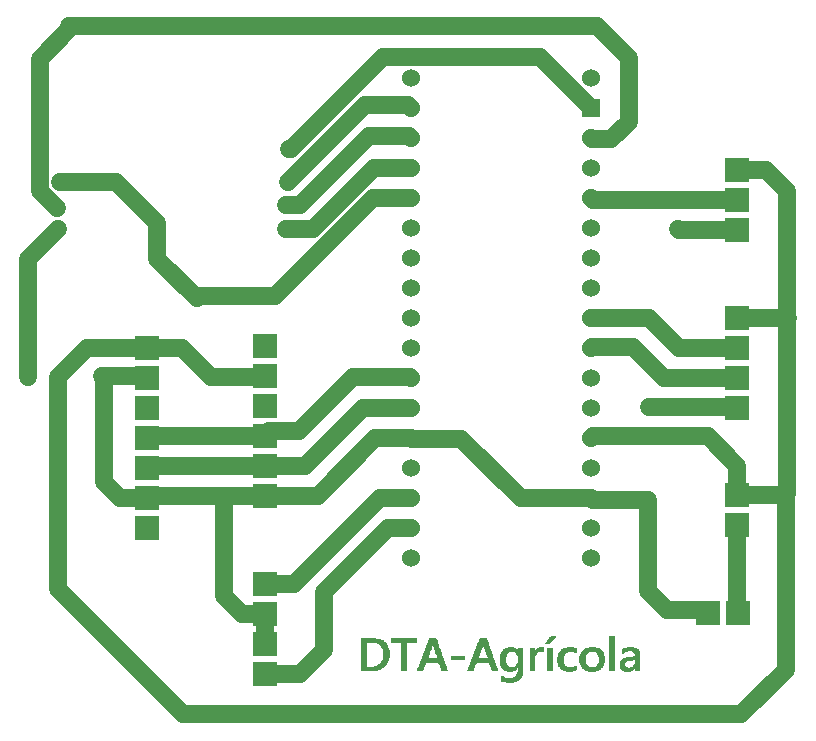
<source format=gbr>
G04 PROTEUS RS274X GERBER FILE*
%FSLAX45Y45*%
%MOMM*%
G01*
%ADD10C,1.524000*%
%ADD11C,0.762000*%
%ADD12R,2.032000X2.032000*%
%ADD13R,1.524000X1.524000*%
%ADD14C,1.524000*%
%ADD15C,0.063500*%
D10*
X-779528Y+4601426D02*
X-1997528Y+4601426D01*
X-2017528Y+4621426D01*
X-779528Y+3351426D02*
X-1275528Y+3351426D01*
X-1529528Y+3605426D01*
X-2017528Y+3605426D01*
X-779528Y+3097426D02*
X-1398429Y+3097426D01*
X-1659010Y+3358007D01*
X-2010947Y+3358007D01*
X-2017528Y+3351426D01*
X-5779528Y+3355426D02*
X-5481358Y+3355426D01*
X-5476991Y+3351059D01*
X-5235382Y+3109450D01*
X-5235381Y+3109450D01*
X-4787504Y+3109450D01*
X-4779528Y+3117426D01*
X-4779528Y+2609426D02*
X-5763528Y+2609426D01*
X-5779528Y+2593426D01*
X-4779528Y+2355426D02*
X-5763528Y+2355426D01*
X-5779528Y+2339426D01*
X-4779528Y+2609426D02*
X-4743248Y+2645706D01*
X-4489248Y+2645706D01*
X-4029528Y+3105426D01*
X-3549528Y+3105426D01*
X-3541528Y+3097426D01*
X-4779528Y+2355426D02*
X-4434429Y+2355426D01*
X-3946796Y+2843059D01*
X-3541895Y+2843059D01*
X-3541528Y+2843426D01*
X-4779528Y+2101426D02*
X-4329112Y+2101426D01*
X-3841479Y+2589059D01*
X-3541895Y+2589059D01*
X-3541528Y+2589426D01*
X-4779528Y+1355426D02*
X-4529528Y+1355426D01*
X-3803528Y+2081426D01*
X-3541528Y+2081426D01*
X-4779528Y+1101426D02*
X-4779528Y+847426D01*
X-4779528Y+1101426D02*
X-4972330Y+1101426D01*
X-5122232Y+1251328D01*
X-5122232Y+2101426D01*
X-4779528Y+2101426D02*
X-5122232Y+2101426D01*
X-5763528Y+2101426D01*
X-5779528Y+2085426D01*
X-4779528Y+593426D02*
X-4478905Y+593426D01*
X-4279036Y+793295D01*
X-4279036Y+1282558D01*
X-3734168Y+1827426D01*
X-3541528Y+1827426D01*
X-2017528Y+2081426D02*
X-2610775Y+2081426D01*
X-3113135Y+2583786D01*
X-3535888Y+2583786D01*
X-3541528Y+2589426D01*
X-360003Y+3604343D02*
X-778445Y+3604343D01*
X-779528Y+3605426D01*
X-779528Y+1851426D02*
X-779528Y+1109426D01*
X-775528Y+1105426D01*
X-779528Y+2105426D02*
X-779528Y+2355426D01*
X-1029528Y+2605426D01*
X-2001528Y+2605426D01*
X-2017528Y+2589426D01*
X-1029528Y+1105426D02*
X-1053534Y+1129432D01*
X-1369973Y+1129432D01*
X-1535789Y+1295248D01*
X-1535789Y+2064032D01*
X-2000134Y+2064032D01*
X-2017528Y+2081426D01*
X-779528Y+4855426D02*
X-534318Y+4855426D01*
X-356165Y+4677273D01*
X-356165Y+3609817D01*
X-350691Y+3604343D01*
X-357511Y+3604343D01*
X-360003Y+3604343D01*
X-779528Y+2105426D02*
X-370067Y+2105426D01*
X-357511Y+2117982D01*
X-357511Y+3604343D01*
X-5779528Y+3355426D02*
X-6279528Y+3355426D01*
X-6529528Y+3105426D01*
X-6529528Y+1307848D01*
X-5471680Y+250000D01*
X-744776Y+250000D01*
X-368901Y+625875D01*
X-368901Y+2104260D01*
X-370067Y+2105426D01*
X-4584725Y+4759802D02*
X-3933102Y+5411425D01*
X-3733626Y+5411425D01*
X-3569527Y+5411425D01*
X-3541528Y+5383426D01*
X-4598023Y+4560326D02*
X-4478338Y+4560326D01*
X-3893207Y+5145457D01*
X-3557559Y+5145457D01*
X-3541528Y+5129426D01*
X-4598023Y+4360849D02*
X-4371950Y+4360849D01*
X-4345353Y+4387446D01*
X-3857373Y+4875426D01*
X-3541528Y+4875426D01*
X-6539594Y+4534920D02*
X-6685877Y+4681203D01*
X-6685877Y+5797080D01*
X-6433207Y+6049750D01*
X-6433207Y+6076347D01*
X-1964936Y+6076347D01*
X-1698967Y+5810378D01*
X-1698967Y+5265143D01*
X-1845250Y+5118860D01*
X-2006962Y+5118860D01*
X-2017528Y+5129426D01*
X-3541528Y+4621426D02*
X-3858704Y+4621426D01*
X-4691113Y+3789017D01*
X-4704411Y+3789017D01*
X-5342736Y+3789017D01*
X-5356034Y+3775719D01*
X-5688495Y+4108180D01*
X-5688495Y+4161373D01*
X-5688495Y+4414043D01*
X-6034254Y+4759802D01*
X-6481562Y+4759802D01*
X-6508136Y+4759802D01*
X-779528Y+4347426D02*
X-1271528Y+4347426D01*
X-1279528Y+4355426D01*
X-1529528Y+2855426D02*
X-1279528Y+2855426D01*
X-791528Y+2855426D01*
X-779528Y+2843426D01*
X-6529528Y+4355426D02*
X-6779528Y+4105426D01*
X-6779528Y+3105426D01*
X-5779528Y+2085426D02*
X-6006264Y+2085426D01*
X-6140641Y+2219803D01*
X-6140641Y+3110798D01*
X-6153940Y+3110798D02*
X-6140641Y+3110798D01*
X-5788900Y+3110798D01*
X-5779528Y+3101426D01*
X-4571427Y+5039069D02*
X-4556905Y+5039069D01*
X-3780748Y+5815226D01*
X-2449328Y+5815226D01*
X-2017528Y+5383426D01*
D11*
X-1535789Y+2064032D03*
X-4584725Y+4759802D03*
X-4598023Y+4560326D03*
X-4598023Y+4360849D03*
X-6539594Y+4534920D03*
X-6508136Y+4759802D03*
X-1279528Y+4355426D03*
X-1279528Y+2855426D03*
X-6529528Y+4355426D03*
X-6779528Y+3105426D03*
X-6153940Y+3110798D03*
X-1529528Y+2855426D03*
X-4571427Y+5039069D03*
D12*
X-775528Y+1105426D03*
X-1029528Y+1105426D03*
X-779528Y+2105426D03*
X-779528Y+1851426D03*
D13*
X-2017528Y+5383426D03*
D14*
X-2017528Y+5129426D03*
X-2017528Y+4875426D03*
X-2017528Y+4621426D03*
X-2017528Y+4367426D03*
X-2017528Y+4113426D03*
X-2017528Y+3859426D03*
X-2017528Y+3605426D03*
X-2017528Y+3351426D03*
X-2017528Y+3097426D03*
X-2017528Y+2843426D03*
X-2017528Y+2589426D03*
X-2017528Y+2335426D03*
X-2017528Y+2081426D03*
X-2017528Y+1827426D03*
X-3541528Y+1827426D03*
X-3541528Y+2081426D03*
X-3541528Y+2335426D03*
X-3541528Y+2589426D03*
X-3541528Y+2843426D03*
X-3541528Y+3097426D03*
X-3541528Y+3351426D03*
X-3541528Y+3605426D03*
X-3541528Y+3859426D03*
X-3541528Y+4113426D03*
X-3541528Y+4367426D03*
X-3541528Y+4621426D03*
X-3541528Y+4875426D03*
X-3541528Y+5129426D03*
X-3541528Y+5383426D03*
X-2017528Y+5637426D03*
X-3541528Y+5637426D03*
X-3541528Y+1573426D03*
X-2017528Y+1573426D03*
D12*
X-4779528Y+3371426D03*
X-4779528Y+3117426D03*
X-4779528Y+2863426D03*
X-4779528Y+2609426D03*
X-4779528Y+2355426D03*
X-4779528Y+2101426D03*
X-5779528Y+3355426D03*
X-5779528Y+3101426D03*
X-5779528Y+2847426D03*
X-5779528Y+2593426D03*
X-5779528Y+2339426D03*
X-5779528Y+2085426D03*
X-5779528Y+1831426D03*
X-779528Y+4855426D03*
X-779528Y+4601426D03*
X-779528Y+4347426D03*
X-4779528Y+1355426D03*
X-4779528Y+1101426D03*
X-4779528Y+847426D03*
X-4779528Y+593426D03*
X-779528Y+3605426D03*
X-779528Y+3351426D03*
X-779528Y+3097426D03*
X-779528Y+2843426D03*
D15*
X-2740160Y+525020D02*
X-2679200Y+525020D01*
X-2760480Y+530100D02*
X-2658880Y+530100D01*
X-2775720Y+535180D02*
X-2648720Y+535180D01*
X-2775720Y+540260D02*
X-2638560Y+540260D01*
X-2775720Y+545340D02*
X-2633480Y+545340D01*
X-2775720Y+550420D02*
X-2628400Y+550420D01*
X-2775720Y+555500D02*
X-2623320Y+555500D01*
X-2775720Y+560580D02*
X-2735080Y+560580D01*
X-2684280Y+560580D02*
X-2618240Y+560580D01*
X-2775720Y+565660D02*
X-2750320Y+565660D01*
X-2674120Y+565660D02*
X-2613160Y+565660D01*
X-2775720Y+570740D02*
X-2760480Y+570740D01*
X-2663960Y+570740D02*
X-2613160Y+570740D01*
X-2775720Y+575820D02*
X-2770640Y+575820D01*
X-2658880Y+575820D02*
X-2608080Y+575820D01*
X-2653800Y+580900D02*
X-2608080Y+580900D01*
X-2648720Y+585980D02*
X-2603000Y+585980D01*
X-2648720Y+591060D02*
X-2603000Y+591060D01*
X-2643640Y+596140D02*
X-2603000Y+596140D01*
X-2643640Y+601220D02*
X-2603000Y+601220D01*
X-2643640Y+606300D02*
X-2597920Y+606300D01*
X-2638560Y+611380D02*
X-2597920Y+611380D01*
X-2730000Y+616460D02*
X-2684280Y+616460D01*
X-2638560Y+616460D02*
X-2597920Y+616460D01*
X-2227080Y+616460D02*
X-2176280Y+616460D01*
X-2039120Y+616460D02*
X-1983240Y+616460D01*
X-1734320Y+616460D02*
X-1688600Y+616460D01*
X-3964440Y+621540D02*
X-3847600Y+621540D01*
X-3629160Y+621540D02*
X-3583440Y+621540D01*
X-3492000Y+621540D02*
X-3446280Y+621540D01*
X-3283720Y+621540D02*
X-3238000Y+621540D01*
X-3065280Y+621540D02*
X-3019560Y+621540D01*
X-2857000Y+621540D02*
X-2811280Y+621540D01*
X-2745240Y+621540D02*
X-2669040Y+621540D01*
X-2638560Y+621540D02*
X-2597920Y+621540D01*
X-2536960Y+621540D02*
X-2496320Y+621540D01*
X-2389640Y+621540D02*
X-2349000Y+621540D01*
X-2247400Y+621540D02*
X-2161040Y+621540D01*
X-2054360Y+621540D02*
X-1968000Y+621540D01*
X-1861320Y+621540D02*
X-1820680Y+621540D01*
X-1744480Y+621540D02*
X-1673360Y+621540D01*
X-1647960Y+621540D02*
X-1607320Y+621540D01*
X-3964440Y+626620D02*
X-3827280Y+626620D01*
X-3629160Y+626620D02*
X-3583440Y+626620D01*
X-3492000Y+626620D02*
X-3446280Y+626620D01*
X-3283720Y+626620D02*
X-3238000Y+626620D01*
X-3065280Y+626620D02*
X-3019560Y+626620D01*
X-2857000Y+626620D02*
X-2811280Y+626620D01*
X-2750320Y+626620D02*
X-2663960Y+626620D01*
X-2638560Y+626620D02*
X-2597920Y+626620D01*
X-2536960Y+626620D02*
X-2496320Y+626620D01*
X-2389640Y+626620D02*
X-2349000Y+626620D01*
X-2257560Y+626620D02*
X-2150880Y+626620D01*
X-2069600Y+626620D02*
X-1957840Y+626620D01*
X-1861320Y+626620D02*
X-1820680Y+626620D01*
X-1754640Y+626620D02*
X-1668280Y+626620D01*
X-1647960Y+626620D02*
X-1607320Y+626620D01*
X-3964440Y+631700D02*
X-3812040Y+631700D01*
X-3629160Y+631700D02*
X-3583440Y+631700D01*
X-3486920Y+631700D02*
X-3441200Y+631700D01*
X-3288800Y+631700D02*
X-3243080Y+631700D01*
X-3060200Y+631700D02*
X-3014480Y+631700D01*
X-2862080Y+631700D02*
X-2816360Y+631700D01*
X-2760480Y+631700D02*
X-2653800Y+631700D01*
X-2638560Y+631700D02*
X-2597920Y+631700D01*
X-2536960Y+631700D02*
X-2496320Y+631700D01*
X-2389640Y+631700D02*
X-2349000Y+631700D01*
X-2262640Y+631700D02*
X-2145800Y+631700D01*
X-2074680Y+631700D02*
X-1947680Y+631700D01*
X-1861320Y+631700D02*
X-1820680Y+631700D01*
X-1759720Y+631700D02*
X-1663200Y+631700D01*
X-1647960Y+631700D02*
X-1607320Y+631700D01*
X-3964440Y+636780D02*
X-3801880Y+636780D01*
X-3629160Y+636780D02*
X-3583440Y+636780D01*
X-3486920Y+636780D02*
X-3441200Y+636780D01*
X-3288800Y+636780D02*
X-3243080Y+636780D01*
X-3060200Y+636780D02*
X-3014480Y+636780D01*
X-2862080Y+636780D02*
X-2816360Y+636780D01*
X-2765560Y+636780D02*
X-2648720Y+636780D01*
X-2638560Y+636780D02*
X-2597920Y+636780D01*
X-2536960Y+636780D02*
X-2496320Y+636780D01*
X-2389640Y+636780D02*
X-2349000Y+636780D01*
X-2272800Y+636780D02*
X-2145800Y+636780D01*
X-2079760Y+636780D02*
X-1942600Y+636780D01*
X-1861320Y+636780D02*
X-1820680Y+636780D01*
X-1764800Y+636780D02*
X-1658120Y+636780D01*
X-1647960Y+636780D02*
X-1607320Y+636780D01*
X-3964440Y+641860D02*
X-3791720Y+641860D01*
X-3629160Y+641860D02*
X-3583440Y+641860D01*
X-3486920Y+641860D02*
X-3441200Y+641860D01*
X-3288800Y+641860D02*
X-3243080Y+641860D01*
X-3060200Y+641860D02*
X-3014480Y+641860D01*
X-2862080Y+641860D02*
X-2816360Y+641860D01*
X-2770640Y+641860D02*
X-2648720Y+641860D01*
X-2638560Y+641860D02*
X-2597920Y+641860D01*
X-2536960Y+641860D02*
X-2496320Y+641860D01*
X-2389640Y+641860D02*
X-2349000Y+641860D01*
X-2277880Y+641860D02*
X-2145800Y+641860D01*
X-2089920Y+641860D02*
X-1937520Y+641860D01*
X-1861320Y+641860D02*
X-1820680Y+641860D01*
X-1769880Y+641860D02*
X-1653040Y+641860D01*
X-1647960Y+641860D02*
X-1607320Y+641860D01*
X-3964440Y+646940D02*
X-3786640Y+646940D01*
X-3629160Y+646940D02*
X-3583440Y+646940D01*
X-3481840Y+646940D02*
X-3436120Y+646940D01*
X-3293880Y+646940D02*
X-3248160Y+646940D01*
X-3055120Y+646940D02*
X-3009400Y+646940D01*
X-2867160Y+646940D02*
X-2821440Y+646940D01*
X-2770640Y+646940D02*
X-2643640Y+646940D01*
X-2638560Y+646940D02*
X-2597920Y+646940D01*
X-2536960Y+646940D02*
X-2496320Y+646940D01*
X-2389640Y+646940D02*
X-2349000Y+646940D01*
X-2282960Y+646940D02*
X-2145800Y+646940D01*
X-2089920Y+646940D02*
X-1932440Y+646940D01*
X-1861320Y+646940D02*
X-1820680Y+646940D01*
X-1769880Y+646940D02*
X-1714000Y+646940D01*
X-1683520Y+646940D02*
X-1607320Y+646940D01*
X-3964440Y+652020D02*
X-3781560Y+652020D01*
X-3629160Y+652020D02*
X-3583440Y+652020D01*
X-3481840Y+652020D02*
X-3436120Y+652020D01*
X-3293880Y+652020D02*
X-3248160Y+652020D01*
X-3055120Y+652020D02*
X-3009400Y+652020D01*
X-2867160Y+652020D02*
X-2821440Y+652020D01*
X-2775720Y+652020D02*
X-2709680Y+652020D01*
X-2674120Y+652020D02*
X-2597920Y+652020D01*
X-2536960Y+652020D02*
X-2496320Y+652020D01*
X-2389640Y+652020D02*
X-2349000Y+652020D01*
X-2282960Y+652020D02*
X-2211840Y+652020D01*
X-2176280Y+652020D02*
X-2145800Y+652020D01*
X-2095000Y+652020D02*
X-2028960Y+652020D01*
X-1988320Y+652020D02*
X-1927360Y+652020D01*
X-1861320Y+652020D02*
X-1820680Y+652020D01*
X-1769880Y+652020D02*
X-1724160Y+652020D01*
X-1673360Y+652020D02*
X-1607320Y+652020D01*
X-3964440Y+657100D02*
X-3918720Y+657100D01*
X-3852680Y+657100D02*
X-3771400Y+657100D01*
X-3629160Y+657100D02*
X-3583440Y+657100D01*
X-3476760Y+657100D02*
X-3436120Y+657100D01*
X-3298960Y+657100D02*
X-3248160Y+657100D01*
X-3050040Y+657100D02*
X-3009400Y+657100D01*
X-2872240Y+657100D02*
X-2821440Y+657100D01*
X-2780800Y+657100D02*
X-2719840Y+657100D01*
X-2663960Y+657100D02*
X-2597920Y+657100D01*
X-2536960Y+657100D02*
X-2496320Y+657100D01*
X-2389640Y+657100D02*
X-2349000Y+657100D01*
X-2288040Y+657100D02*
X-2227080Y+657100D01*
X-2161040Y+657100D02*
X-2145800Y+657100D01*
X-2100080Y+657100D02*
X-2039120Y+657100D01*
X-1978160Y+657100D02*
X-1922280Y+657100D01*
X-1861320Y+657100D02*
X-1820680Y+657100D01*
X-1774960Y+657100D02*
X-1729240Y+657100D01*
X-1663200Y+657100D02*
X-1607320Y+657100D01*
X-3964440Y+662180D02*
X-3918720Y+662180D01*
X-3837440Y+662180D02*
X-3766320Y+662180D01*
X-3629160Y+662180D02*
X-3583440Y+662180D01*
X-3476760Y+662180D02*
X-3431040Y+662180D01*
X-3298960Y+662180D02*
X-3253240Y+662180D01*
X-3050040Y+662180D02*
X-3004320Y+662180D01*
X-2872240Y+662180D02*
X-2826520Y+662180D01*
X-2780800Y+662180D02*
X-2724920Y+662180D01*
X-2658880Y+662180D02*
X-2597920Y+662180D01*
X-2536960Y+662180D02*
X-2496320Y+662180D01*
X-2389640Y+662180D02*
X-2349000Y+662180D01*
X-2293120Y+662180D02*
X-2232160Y+662180D01*
X-2150880Y+662180D02*
X-2145800Y+662180D01*
X-2105160Y+662180D02*
X-2049280Y+662180D01*
X-1973080Y+662180D02*
X-1922280Y+662180D01*
X-1861320Y+662180D02*
X-1820680Y+662180D01*
X-1774960Y+662180D02*
X-1729240Y+662180D01*
X-1658120Y+662180D02*
X-1607320Y+662180D01*
X-3964440Y+667260D02*
X-3918720Y+667260D01*
X-3827280Y+667260D02*
X-3761240Y+667260D01*
X-3629160Y+667260D02*
X-3583440Y+667260D01*
X-3476760Y+667260D02*
X-3431040Y+667260D01*
X-3298960Y+667260D02*
X-3253240Y+667260D01*
X-3050040Y+667260D02*
X-3004320Y+667260D01*
X-2872240Y+667260D02*
X-2826520Y+667260D01*
X-2785880Y+667260D02*
X-2730000Y+667260D01*
X-2653800Y+667260D02*
X-2597920Y+667260D01*
X-2536960Y+667260D02*
X-2496320Y+667260D01*
X-2389640Y+667260D02*
X-2349000Y+667260D01*
X-2293120Y+667260D02*
X-2242320Y+667260D01*
X-2105160Y+667260D02*
X-2054360Y+667260D01*
X-1968000Y+667260D02*
X-1917200Y+667260D01*
X-1861320Y+667260D02*
X-1820680Y+667260D01*
X-1774960Y+667260D02*
X-1734320Y+667260D01*
X-1658120Y+667260D02*
X-1607320Y+667260D01*
X-3964440Y+672340D02*
X-3918720Y+672340D01*
X-3817120Y+672340D02*
X-3761240Y+672340D01*
X-3629160Y+672340D02*
X-3583440Y+672340D01*
X-3471680Y+672340D02*
X-3431040Y+672340D01*
X-3304040Y+672340D02*
X-3253240Y+672340D01*
X-3044960Y+672340D02*
X-3004320Y+672340D01*
X-2877320Y+672340D02*
X-2826520Y+672340D01*
X-2785880Y+672340D02*
X-2735080Y+672340D01*
X-2648720Y+672340D02*
X-2597920Y+672340D01*
X-2536960Y+672340D02*
X-2496320Y+672340D01*
X-2389640Y+672340D02*
X-2349000Y+672340D01*
X-2298200Y+672340D02*
X-2242320Y+672340D01*
X-2105160Y+672340D02*
X-2059440Y+672340D01*
X-1962920Y+672340D02*
X-1917200Y+672340D01*
X-1861320Y+672340D02*
X-1820680Y+672340D01*
X-1774960Y+672340D02*
X-1734320Y+672340D01*
X-1653040Y+672340D02*
X-1607320Y+672340D01*
X-3964440Y+677420D02*
X-3918720Y+677420D01*
X-3812040Y+677420D02*
X-3756160Y+677420D01*
X-3629160Y+677420D02*
X-3583440Y+677420D01*
X-3471680Y+677420D02*
X-3425960Y+677420D01*
X-3304040Y+677420D02*
X-3258320Y+677420D01*
X-3044960Y+677420D02*
X-2999240Y+677420D01*
X-2877320Y+677420D02*
X-2831600Y+677420D01*
X-2785880Y+677420D02*
X-2735080Y+677420D01*
X-2643640Y+677420D02*
X-2597920Y+677420D01*
X-2536960Y+677420D02*
X-2496320Y+677420D01*
X-2389640Y+677420D02*
X-2349000Y+677420D01*
X-2298200Y+677420D02*
X-2247400Y+677420D01*
X-2110240Y+677420D02*
X-2059440Y+677420D01*
X-1957840Y+677420D02*
X-1912120Y+677420D01*
X-1861320Y+677420D02*
X-1820680Y+677420D01*
X-1774960Y+677420D02*
X-1734320Y+677420D01*
X-1653040Y+677420D02*
X-1607320Y+677420D01*
X-3964440Y+682500D02*
X-3918720Y+682500D01*
X-3806960Y+682500D02*
X-3751080Y+682500D01*
X-3629160Y+682500D02*
X-3583440Y+682500D01*
X-3466600Y+682500D02*
X-3425960Y+682500D01*
X-3304040Y+682500D02*
X-3258320Y+682500D01*
X-3039880Y+682500D02*
X-2999240Y+682500D01*
X-2877320Y+682500D02*
X-2831600Y+682500D01*
X-2785880Y+682500D02*
X-2740160Y+682500D01*
X-2643640Y+682500D02*
X-2597920Y+682500D01*
X-2536960Y+682500D02*
X-2496320Y+682500D01*
X-2389640Y+682500D02*
X-2349000Y+682500D01*
X-2298200Y+682500D02*
X-2252480Y+682500D01*
X-2110240Y+682500D02*
X-2064520Y+682500D01*
X-1957840Y+682500D02*
X-1912120Y+682500D01*
X-1861320Y+682500D02*
X-1820680Y+682500D01*
X-1774960Y+682500D02*
X-1734320Y+682500D01*
X-1647960Y+682500D02*
X-1607320Y+682500D01*
X-3964440Y+687580D02*
X-3918720Y+687580D01*
X-3801880Y+687580D02*
X-3751080Y+687580D01*
X-3629160Y+687580D02*
X-3583440Y+687580D01*
X-3466600Y+687580D02*
X-3420880Y+687580D01*
X-3309120Y+687580D02*
X-3258320Y+687580D01*
X-3039880Y+687580D02*
X-2994160Y+687580D01*
X-2882400Y+687580D02*
X-2831600Y+687580D01*
X-2790960Y+687580D02*
X-2740160Y+687580D01*
X-2643640Y+687580D02*
X-2597920Y+687580D01*
X-2536960Y+687580D02*
X-2496320Y+687580D01*
X-2389640Y+687580D02*
X-2349000Y+687580D01*
X-2298200Y+687580D02*
X-2252480Y+687580D01*
X-2110240Y+687580D02*
X-2064520Y+687580D01*
X-1957840Y+687580D02*
X-1912120Y+687580D01*
X-1861320Y+687580D02*
X-1820680Y+687580D01*
X-1774960Y+687580D02*
X-1734320Y+687580D01*
X-1647960Y+687580D02*
X-1607320Y+687580D01*
X-3964440Y+692660D02*
X-3918720Y+692660D01*
X-3796800Y+692660D02*
X-3746000Y+692660D01*
X-3629160Y+692660D02*
X-3583440Y+692660D01*
X-3466600Y+692660D02*
X-3263400Y+692660D01*
X-3039880Y+692660D02*
X-2836680Y+692660D01*
X-2790960Y+692660D02*
X-2745240Y+692660D01*
X-2638560Y+692660D02*
X-2597920Y+692660D01*
X-2536960Y+692660D02*
X-2496320Y+692660D01*
X-2389640Y+692660D02*
X-2349000Y+692660D01*
X-2303280Y+692660D02*
X-2252480Y+692660D01*
X-2115320Y+692660D02*
X-2064520Y+692660D01*
X-1952760Y+692660D02*
X-1907040Y+692660D01*
X-1861320Y+692660D02*
X-1820680Y+692660D01*
X-1769880Y+692660D02*
X-1729240Y+692660D01*
X-1647960Y+692660D02*
X-1607320Y+692660D01*
X-3964440Y+697740D02*
X-3918720Y+697740D01*
X-3791720Y+697740D02*
X-3746000Y+697740D01*
X-3629160Y+697740D02*
X-3583440Y+697740D01*
X-3461520Y+697740D02*
X-3263400Y+697740D01*
X-3034800Y+697740D02*
X-2836680Y+697740D01*
X-2790960Y+697740D02*
X-2745240Y+697740D01*
X-2638560Y+697740D02*
X-2597920Y+697740D01*
X-2536960Y+697740D02*
X-2496320Y+697740D01*
X-2389640Y+697740D02*
X-2349000Y+697740D01*
X-2303280Y+697740D02*
X-2257560Y+697740D01*
X-2115320Y+697740D02*
X-2069600Y+697740D01*
X-1952760Y+697740D02*
X-1907040Y+697740D01*
X-1861320Y+697740D02*
X-1820680Y+697740D01*
X-1769880Y+697740D02*
X-1724160Y+697740D01*
X-1647960Y+697740D02*
X-1607320Y+697740D01*
X-3964440Y+702820D02*
X-3918720Y+702820D01*
X-3791720Y+702820D02*
X-3740920Y+702820D01*
X-3629160Y+702820D02*
X-3583440Y+702820D01*
X-3461520Y+702820D02*
X-3268480Y+702820D01*
X-3034800Y+702820D02*
X-2841760Y+702820D01*
X-2790960Y+702820D02*
X-2745240Y+702820D01*
X-2638560Y+702820D02*
X-2597920Y+702820D01*
X-2536960Y+702820D02*
X-2496320Y+702820D01*
X-2389640Y+702820D02*
X-2349000Y+702820D01*
X-2303280Y+702820D02*
X-2257560Y+702820D01*
X-2115320Y+702820D02*
X-2069600Y+702820D01*
X-1952760Y+702820D02*
X-1907040Y+702820D01*
X-1861320Y+702820D02*
X-1820680Y+702820D01*
X-1769880Y+702820D02*
X-1719080Y+702820D01*
X-1647960Y+702820D02*
X-1607320Y+702820D01*
X-3964440Y+707900D02*
X-3918720Y+707900D01*
X-3786640Y+707900D02*
X-3740920Y+707900D01*
X-3629160Y+707900D02*
X-3583440Y+707900D01*
X-3456440Y+707900D02*
X-3268480Y+707900D01*
X-3029720Y+707900D02*
X-2841760Y+707900D01*
X-2790960Y+707900D02*
X-2745240Y+707900D01*
X-2638560Y+707900D02*
X-2597920Y+707900D01*
X-2536960Y+707900D02*
X-2496320Y+707900D01*
X-2389640Y+707900D02*
X-2349000Y+707900D01*
X-2303280Y+707900D02*
X-2257560Y+707900D01*
X-2115320Y+707900D02*
X-2069600Y+707900D01*
X-1952760Y+707900D02*
X-1907040Y+707900D01*
X-1861320Y+707900D02*
X-1820680Y+707900D01*
X-1764800Y+707900D02*
X-1698760Y+707900D01*
X-1647960Y+707900D02*
X-1607320Y+707900D01*
X-3964440Y+712980D02*
X-3918720Y+712980D01*
X-3786640Y+712980D02*
X-3735840Y+712980D01*
X-3629160Y+712980D02*
X-3583440Y+712980D01*
X-3456440Y+712980D02*
X-3268480Y+712980D01*
X-3029720Y+712980D02*
X-2841760Y+712980D01*
X-2790960Y+712980D02*
X-2745240Y+712980D01*
X-2638560Y+712980D02*
X-2597920Y+712980D01*
X-2536960Y+712980D02*
X-2496320Y+712980D01*
X-2389640Y+712980D02*
X-2349000Y+712980D01*
X-2303280Y+712980D02*
X-2257560Y+712980D01*
X-2115320Y+712980D02*
X-2069600Y+712980D01*
X-1952760Y+712980D02*
X-1907040Y+712980D01*
X-1861320Y+712980D02*
X-1820680Y+712980D01*
X-1759720Y+712980D02*
X-1673360Y+712980D01*
X-1647960Y+712980D02*
X-1607320Y+712980D01*
X-3964440Y+718060D02*
X-3918720Y+718060D01*
X-3781560Y+718060D02*
X-3735840Y+718060D01*
X-3629160Y+718060D02*
X-3583440Y+718060D01*
X-3456440Y+718060D02*
X-3273560Y+718060D01*
X-3202440Y+718060D02*
X-3095760Y+718060D01*
X-3029720Y+718060D02*
X-2846840Y+718060D01*
X-2790960Y+718060D02*
X-2745240Y+718060D01*
X-2638560Y+718060D02*
X-2597920Y+718060D01*
X-2536960Y+718060D02*
X-2496320Y+718060D01*
X-2389640Y+718060D02*
X-2349000Y+718060D01*
X-2303280Y+718060D02*
X-2257560Y+718060D01*
X-2115320Y+718060D02*
X-2069600Y+718060D01*
X-1952760Y+718060D02*
X-1907040Y+718060D01*
X-1861320Y+718060D02*
X-1820680Y+718060D01*
X-1754640Y+718060D02*
X-1607320Y+718060D01*
X-3964440Y+723140D02*
X-3918720Y+723140D01*
X-3781560Y+723140D02*
X-3735840Y+723140D01*
X-3629160Y+723140D02*
X-3583440Y+723140D01*
X-3451360Y+723140D02*
X-3273560Y+723140D01*
X-3202440Y+723140D02*
X-3095760Y+723140D01*
X-3024640Y+723140D02*
X-2846840Y+723140D01*
X-2790960Y+723140D02*
X-2745240Y+723140D01*
X-2638560Y+723140D02*
X-2597920Y+723140D01*
X-2536960Y+723140D02*
X-2496320Y+723140D01*
X-2389640Y+723140D02*
X-2349000Y+723140D01*
X-2303280Y+723140D02*
X-2257560Y+723140D01*
X-2115320Y+723140D02*
X-2069600Y+723140D01*
X-1952760Y+723140D02*
X-1907040Y+723140D01*
X-1861320Y+723140D02*
X-1820680Y+723140D01*
X-1749560Y+723140D02*
X-1607320Y+723140D01*
X-3964440Y+728220D02*
X-3918720Y+728220D01*
X-3781560Y+728220D02*
X-3735840Y+728220D01*
X-3629160Y+728220D02*
X-3583440Y+728220D01*
X-3451360Y+728220D02*
X-3405640Y+728220D01*
X-3319280Y+728220D02*
X-3273560Y+728220D01*
X-3202440Y+728220D02*
X-3095760Y+728220D01*
X-3024640Y+728220D02*
X-2978920Y+728220D01*
X-2892560Y+728220D02*
X-2846840Y+728220D01*
X-2790960Y+728220D02*
X-2745240Y+728220D01*
X-2638560Y+728220D02*
X-2597920Y+728220D01*
X-2536960Y+728220D02*
X-2496320Y+728220D01*
X-2389640Y+728220D02*
X-2349000Y+728220D01*
X-2303280Y+728220D02*
X-2257560Y+728220D01*
X-2115320Y+728220D02*
X-2069600Y+728220D01*
X-1952760Y+728220D02*
X-1907040Y+728220D01*
X-1861320Y+728220D02*
X-1820680Y+728220D01*
X-1739400Y+728220D02*
X-1607320Y+728220D01*
X-3964440Y+733300D02*
X-3918720Y+733300D01*
X-3776480Y+733300D02*
X-3730760Y+733300D01*
X-3629160Y+733300D02*
X-3583440Y+733300D01*
X-3451360Y+733300D02*
X-3400560Y+733300D01*
X-3319280Y+733300D02*
X-3278640Y+733300D01*
X-3202440Y+733300D02*
X-3095760Y+733300D01*
X-3024640Y+733300D02*
X-2973840Y+733300D01*
X-2892560Y+733300D02*
X-2851920Y+733300D01*
X-2790960Y+733300D02*
X-2745240Y+733300D01*
X-2638560Y+733300D02*
X-2597920Y+733300D01*
X-2536960Y+733300D02*
X-2496320Y+733300D01*
X-2389640Y+733300D02*
X-2349000Y+733300D01*
X-2303280Y+733300D02*
X-2257560Y+733300D01*
X-2115320Y+733300D02*
X-2069600Y+733300D01*
X-1952760Y+733300D02*
X-1907040Y+733300D01*
X-1861320Y+733300D02*
X-1820680Y+733300D01*
X-1719080Y+733300D02*
X-1607320Y+733300D01*
X-3964440Y+738380D02*
X-3918720Y+738380D01*
X-3776480Y+738380D02*
X-3730760Y+738380D01*
X-3629160Y+738380D02*
X-3583440Y+738380D01*
X-3446280Y+738380D02*
X-3400560Y+738380D01*
X-3319280Y+738380D02*
X-3278640Y+738380D01*
X-3202440Y+738380D02*
X-3095760Y+738380D01*
X-3019560Y+738380D02*
X-2973840Y+738380D01*
X-2892560Y+738380D02*
X-2851920Y+738380D01*
X-2790960Y+738380D02*
X-2745240Y+738380D01*
X-2638560Y+738380D02*
X-2597920Y+738380D01*
X-2536960Y+738380D02*
X-2496320Y+738380D01*
X-2389640Y+738380D02*
X-2349000Y+738380D01*
X-2303280Y+738380D02*
X-2257560Y+738380D01*
X-2115320Y+738380D02*
X-2069600Y+738380D01*
X-1952760Y+738380D02*
X-1907040Y+738380D01*
X-1861320Y+738380D02*
X-1820680Y+738380D01*
X-1693680Y+738380D02*
X-1607320Y+738380D01*
X-3964440Y+743460D02*
X-3918720Y+743460D01*
X-3776480Y+743460D02*
X-3730760Y+743460D01*
X-3629160Y+743460D02*
X-3583440Y+743460D01*
X-3446280Y+743460D02*
X-3400560Y+743460D01*
X-3324360Y+743460D02*
X-3278640Y+743460D01*
X-3202440Y+743460D02*
X-3095760Y+743460D01*
X-3019560Y+743460D02*
X-2973840Y+743460D01*
X-2897640Y+743460D02*
X-2851920Y+743460D01*
X-2785880Y+743460D02*
X-2740160Y+743460D01*
X-2638560Y+743460D02*
X-2597920Y+743460D01*
X-2536960Y+743460D02*
X-2496320Y+743460D01*
X-2389640Y+743460D02*
X-2349000Y+743460D01*
X-2298200Y+743460D02*
X-2252480Y+743460D01*
X-2115320Y+743460D02*
X-2064520Y+743460D01*
X-1957840Y+743460D02*
X-1907040Y+743460D01*
X-1861320Y+743460D02*
X-1820680Y+743460D01*
X-1663200Y+743460D02*
X-1607320Y+743460D01*
X-3964440Y+748540D02*
X-3918720Y+748540D01*
X-3776480Y+748540D02*
X-3730760Y+748540D01*
X-3629160Y+748540D02*
X-3583440Y+748540D01*
X-3441200Y+748540D02*
X-3395480Y+748540D01*
X-3324360Y+748540D02*
X-3283720Y+748540D01*
X-3014480Y+748540D02*
X-2968760Y+748540D01*
X-2897640Y+748540D02*
X-2857000Y+748540D01*
X-2785880Y+748540D02*
X-2740160Y+748540D01*
X-2638560Y+748540D02*
X-2597920Y+748540D01*
X-2536960Y+748540D02*
X-2491240Y+748540D01*
X-2389640Y+748540D02*
X-2349000Y+748540D01*
X-2298200Y+748540D02*
X-2252480Y+748540D01*
X-2110240Y+748540D02*
X-2064520Y+748540D01*
X-1957840Y+748540D02*
X-1912120Y+748540D01*
X-1861320Y+748540D02*
X-1820680Y+748540D01*
X-1647960Y+748540D02*
X-1607320Y+748540D01*
X-3964440Y+753620D02*
X-3918720Y+753620D01*
X-3776480Y+753620D02*
X-3730760Y+753620D01*
X-3629160Y+753620D02*
X-3583440Y+753620D01*
X-3441200Y+753620D02*
X-3395480Y+753620D01*
X-3324360Y+753620D02*
X-3283720Y+753620D01*
X-3014480Y+753620D02*
X-2968760Y+753620D01*
X-2897640Y+753620D02*
X-2857000Y+753620D01*
X-2785880Y+753620D02*
X-2740160Y+753620D01*
X-2643640Y+753620D02*
X-2597920Y+753620D01*
X-2536960Y+753620D02*
X-2491240Y+753620D01*
X-2389640Y+753620D02*
X-2349000Y+753620D01*
X-2298200Y+753620D02*
X-2247400Y+753620D01*
X-2110240Y+753620D02*
X-2064520Y+753620D01*
X-1957840Y+753620D02*
X-1912120Y+753620D01*
X-1861320Y+753620D02*
X-1820680Y+753620D01*
X-1647960Y+753620D02*
X-1607320Y+753620D01*
X-3964440Y+758700D02*
X-3918720Y+758700D01*
X-3776480Y+758700D02*
X-3730760Y+758700D01*
X-3629160Y+758700D02*
X-3583440Y+758700D01*
X-3441200Y+758700D02*
X-3395480Y+758700D01*
X-3329440Y+758700D02*
X-3283720Y+758700D01*
X-3014480Y+758700D02*
X-2968760Y+758700D01*
X-2902720Y+758700D02*
X-2857000Y+758700D01*
X-2785880Y+758700D02*
X-2735080Y+758700D01*
X-2643640Y+758700D02*
X-2597920Y+758700D01*
X-2536960Y+758700D02*
X-2491240Y+758700D01*
X-2389640Y+758700D02*
X-2349000Y+758700D01*
X-2298200Y+758700D02*
X-2247400Y+758700D01*
X-2110240Y+758700D02*
X-2059440Y+758700D01*
X-1962920Y+758700D02*
X-1912120Y+758700D01*
X-1861320Y+758700D02*
X-1820680Y+758700D01*
X-1647960Y+758700D02*
X-1607320Y+758700D01*
X-3964440Y+763780D02*
X-3918720Y+763780D01*
X-3776480Y+763780D02*
X-3730760Y+763780D01*
X-3629160Y+763780D02*
X-3583440Y+763780D01*
X-3436120Y+763780D02*
X-3390400Y+763780D01*
X-3329440Y+763780D02*
X-3288800Y+763780D01*
X-3009400Y+763780D02*
X-2963680Y+763780D01*
X-2902720Y+763780D02*
X-2862080Y+763780D01*
X-2780800Y+763780D02*
X-2735080Y+763780D01*
X-2648720Y+763780D02*
X-2597920Y+763780D01*
X-2536960Y+763780D02*
X-2486160Y+763780D01*
X-2389640Y+763780D02*
X-2349000Y+763780D01*
X-2293120Y+763780D02*
X-2242320Y+763780D01*
X-2105160Y+763780D02*
X-2059440Y+763780D01*
X-1962920Y+763780D02*
X-1912120Y+763780D01*
X-1861320Y+763780D02*
X-1820680Y+763780D01*
X-1647960Y+763780D02*
X-1607320Y+763780D01*
X-3964440Y+768860D02*
X-3918720Y+768860D01*
X-3776480Y+768860D02*
X-3730760Y+768860D01*
X-3629160Y+768860D02*
X-3583440Y+768860D01*
X-3436120Y+768860D02*
X-3390400Y+768860D01*
X-3334520Y+768860D02*
X-3288800Y+768860D01*
X-3009400Y+768860D02*
X-2963680Y+768860D01*
X-2907800Y+768860D02*
X-2862080Y+768860D01*
X-2780800Y+768860D02*
X-2730000Y+768860D01*
X-2648720Y+768860D02*
X-2597920Y+768860D01*
X-2536960Y+768860D02*
X-2481080Y+768860D01*
X-2389640Y+768860D02*
X-2349000Y+768860D01*
X-2293120Y+768860D02*
X-2237240Y+768860D01*
X-2105160Y+768860D02*
X-2054360Y+768860D01*
X-1968000Y+768860D02*
X-1917200Y+768860D01*
X-1861320Y+768860D02*
X-1820680Y+768860D01*
X-1754640Y+768860D02*
X-1749560Y+768860D01*
X-1653040Y+768860D02*
X-1607320Y+768860D01*
X-3964440Y+773940D02*
X-3918720Y+773940D01*
X-3776480Y+773940D02*
X-3730760Y+773940D01*
X-3629160Y+773940D02*
X-3583440Y+773940D01*
X-3431040Y+773940D02*
X-3390400Y+773940D01*
X-3334520Y+773940D02*
X-3288800Y+773940D01*
X-3004320Y+773940D02*
X-2963680Y+773940D01*
X-2907800Y+773940D02*
X-2862080Y+773940D01*
X-2775720Y+773940D02*
X-2724920Y+773940D01*
X-2653800Y+773940D02*
X-2597920Y+773940D01*
X-2536960Y+773940D02*
X-2481080Y+773940D01*
X-2389640Y+773940D02*
X-2349000Y+773940D01*
X-2288040Y+773940D02*
X-2232160Y+773940D01*
X-2150880Y+773940D02*
X-2145800Y+773940D01*
X-2100080Y+773940D02*
X-2049280Y+773940D01*
X-1973080Y+773940D02*
X-1917200Y+773940D01*
X-1861320Y+773940D02*
X-1820680Y+773940D01*
X-1754640Y+773940D02*
X-1744480Y+773940D01*
X-1653040Y+773940D02*
X-1612400Y+773940D01*
X-3964440Y+779020D02*
X-3918720Y+779020D01*
X-3776480Y+779020D02*
X-3730760Y+779020D01*
X-3629160Y+779020D02*
X-3583440Y+779020D01*
X-3431040Y+779020D02*
X-3385320Y+779020D01*
X-3334520Y+779020D02*
X-3293880Y+779020D01*
X-3004320Y+779020D02*
X-2958600Y+779020D01*
X-2907800Y+779020D02*
X-2867160Y+779020D01*
X-2775720Y+779020D02*
X-2719840Y+779020D01*
X-2663960Y+779020D02*
X-2597920Y+779020D01*
X-2536960Y+779020D02*
X-2476000Y+779020D01*
X-2389640Y+779020D02*
X-2349000Y+779020D01*
X-2282960Y+779020D02*
X-2222000Y+779020D01*
X-2161040Y+779020D02*
X-2145800Y+779020D01*
X-2100080Y+779020D02*
X-2039120Y+779020D01*
X-1978160Y+779020D02*
X-1922280Y+779020D01*
X-1861320Y+779020D02*
X-1820680Y+779020D01*
X-1754640Y+779020D02*
X-1734320Y+779020D01*
X-1658120Y+779020D02*
X-1612400Y+779020D01*
X-3964440Y+784100D02*
X-3918720Y+784100D01*
X-3776480Y+784100D02*
X-3730760Y+784100D01*
X-3629160Y+784100D02*
X-3583440Y+784100D01*
X-3431040Y+784100D02*
X-3385320Y+784100D01*
X-3339600Y+784100D02*
X-3293880Y+784100D01*
X-3004320Y+784100D02*
X-2958600Y+784100D01*
X-2912880Y+784100D02*
X-2867160Y+784100D01*
X-2770640Y+784100D02*
X-2704600Y+784100D01*
X-2674120Y+784100D02*
X-2597920Y+784100D01*
X-2536960Y+784100D02*
X-2465840Y+784100D01*
X-2430280Y+784100D02*
X-2425200Y+784100D01*
X-2389640Y+784100D02*
X-2349000Y+784100D01*
X-2282960Y+784100D02*
X-2211840Y+784100D01*
X-2171200Y+784100D02*
X-2145800Y+784100D01*
X-2095000Y+784100D02*
X-2028960Y+784100D01*
X-1993400Y+784100D02*
X-1927360Y+784100D01*
X-1861320Y+784100D02*
X-1820680Y+784100D01*
X-1754640Y+784100D02*
X-1724160Y+784100D01*
X-1663200Y+784100D02*
X-1612400Y+784100D01*
X-3964440Y+789180D02*
X-3918720Y+789180D01*
X-3776480Y+789180D02*
X-3730760Y+789180D01*
X-3629160Y+789180D02*
X-3583440Y+789180D01*
X-3425960Y+789180D02*
X-3385320Y+789180D01*
X-3339600Y+789180D02*
X-3293880Y+789180D01*
X-2999240Y+789180D02*
X-2958600Y+789180D01*
X-2912880Y+789180D02*
X-2867160Y+789180D01*
X-2770640Y+789180D02*
X-2597920Y+789180D01*
X-2536960Y+789180D02*
X-2496320Y+789180D01*
X-2491240Y+789180D02*
X-2425200Y+789180D01*
X-2389640Y+789180D02*
X-2349000Y+789180D01*
X-2277880Y+789180D02*
X-2145800Y+789180D01*
X-2089920Y+789180D02*
X-1927360Y+789180D01*
X-1861320Y+789180D02*
X-1820680Y+789180D01*
X-1754640Y+789180D02*
X-1708920Y+789180D01*
X-1673360Y+789180D02*
X-1617480Y+789180D01*
X-3964440Y+794260D02*
X-3918720Y+794260D01*
X-3781560Y+794260D02*
X-3730760Y+794260D01*
X-3629160Y+794260D02*
X-3583440Y+794260D01*
X-3425960Y+794260D02*
X-3380240Y+794260D01*
X-3339600Y+794260D02*
X-3298960Y+794260D01*
X-2999240Y+794260D02*
X-2953520Y+794260D01*
X-2912880Y+794260D02*
X-2872240Y+794260D01*
X-2765560Y+794260D02*
X-2643640Y+794260D01*
X-2638560Y+794260D02*
X-2597920Y+794260D01*
X-2536960Y+794260D02*
X-2496320Y+794260D01*
X-2491240Y+794260D02*
X-2425200Y+794260D01*
X-2389640Y+794260D02*
X-2349000Y+794260D01*
X-2272800Y+794260D02*
X-2145800Y+794260D01*
X-2084840Y+794260D02*
X-1932440Y+794260D01*
X-1861320Y+794260D02*
X-1820680Y+794260D01*
X-1754640Y+794260D02*
X-1617480Y+794260D01*
X-3964440Y+799340D02*
X-3918720Y+799340D01*
X-3781560Y+799340D02*
X-3735840Y+799340D01*
X-3629160Y+799340D02*
X-3583440Y+799340D01*
X-3425960Y+799340D02*
X-3380240Y+799340D01*
X-3344680Y+799340D02*
X-3298960Y+799340D01*
X-2999240Y+799340D02*
X-2953520Y+799340D01*
X-2917960Y+799340D02*
X-2872240Y+799340D01*
X-2760480Y+799340D02*
X-2643640Y+799340D01*
X-2638560Y+799340D02*
X-2597920Y+799340D01*
X-2536960Y+799340D02*
X-2496320Y+799340D01*
X-2486160Y+799340D02*
X-2425200Y+799340D01*
X-2389640Y+799340D02*
X-2349000Y+799340D01*
X-2267720Y+799340D02*
X-2145800Y+799340D01*
X-2079760Y+799340D02*
X-1937520Y+799340D01*
X-1861320Y+799340D02*
X-1820680Y+799340D01*
X-1754640Y+799340D02*
X-1622560Y+799340D01*
X-3964440Y+804420D02*
X-3918720Y+804420D01*
X-3781560Y+804420D02*
X-3735840Y+804420D01*
X-3629160Y+804420D02*
X-3583440Y+804420D01*
X-3420880Y+804420D02*
X-3375160Y+804420D01*
X-3344680Y+804420D02*
X-3304040Y+804420D01*
X-2994160Y+804420D02*
X-2948440Y+804420D01*
X-2917960Y+804420D02*
X-2877320Y+804420D01*
X-2755400Y+804420D02*
X-2648720Y+804420D01*
X-2638560Y+804420D02*
X-2597920Y+804420D01*
X-2536960Y+804420D02*
X-2496320Y+804420D01*
X-2481080Y+804420D02*
X-2425200Y+804420D01*
X-2389640Y+804420D02*
X-2349000Y+804420D01*
X-2257560Y+804420D02*
X-2145800Y+804420D01*
X-2074680Y+804420D02*
X-1947680Y+804420D01*
X-1861320Y+804420D02*
X-1820680Y+804420D01*
X-1754640Y+804420D02*
X-1627640Y+804420D01*
X-3964440Y+809500D02*
X-3918720Y+809500D01*
X-3786640Y+809500D02*
X-3735840Y+809500D01*
X-3629160Y+809500D02*
X-3583440Y+809500D01*
X-3420880Y+809500D02*
X-3375160Y+809500D01*
X-3344680Y+809500D02*
X-3304040Y+809500D01*
X-2994160Y+809500D02*
X-2948440Y+809500D01*
X-2917960Y+809500D02*
X-2877320Y+809500D01*
X-2745240Y+809500D02*
X-2658880Y+809500D01*
X-2638560Y+809500D02*
X-2597920Y+809500D01*
X-2536960Y+809500D02*
X-2496320Y+809500D01*
X-2476000Y+809500D02*
X-2425200Y+809500D01*
X-2389640Y+809500D02*
X-2349000Y+809500D01*
X-2252480Y+809500D02*
X-2145800Y+809500D01*
X-2064520Y+809500D02*
X-1952760Y+809500D01*
X-1861320Y+809500D02*
X-1820680Y+809500D01*
X-1744480Y+809500D02*
X-1632720Y+809500D01*
X-3964440Y+814580D02*
X-3918720Y+814580D01*
X-3786640Y+814580D02*
X-3735840Y+814580D01*
X-3629160Y+814580D02*
X-3583440Y+814580D01*
X-3415800Y+814580D02*
X-3375160Y+814580D01*
X-3349760Y+814580D02*
X-3304040Y+814580D01*
X-2989080Y+814580D02*
X-2948440Y+814580D01*
X-2923040Y+814580D02*
X-2877320Y+814580D01*
X-2735080Y+814580D02*
X-2663960Y+814580D01*
X-2638560Y+814580D02*
X-2597920Y+814580D01*
X-2536960Y+814580D02*
X-2496320Y+814580D01*
X-2470920Y+814580D02*
X-2425200Y+814580D01*
X-2389640Y+814580D02*
X-2349000Y+814580D01*
X-2242320Y+814580D02*
X-2150880Y+814580D01*
X-2054360Y+814580D02*
X-1962920Y+814580D01*
X-1861320Y+814580D02*
X-1820680Y+814580D01*
X-1729240Y+814580D02*
X-1642880Y+814580D01*
X-3964440Y+819660D02*
X-3918720Y+819660D01*
X-3791720Y+819660D02*
X-3740920Y+819660D01*
X-3629160Y+819660D02*
X-3583440Y+819660D01*
X-3415800Y+819660D02*
X-3370080Y+819660D01*
X-3349760Y+819660D02*
X-3309120Y+819660D01*
X-2989080Y+819660D02*
X-2943360Y+819660D01*
X-2923040Y+819660D02*
X-2882400Y+819660D01*
X-2719840Y+819660D02*
X-2679200Y+819660D01*
X-2460760Y+819660D02*
X-2425200Y+819660D01*
X-2222000Y+819660D02*
X-2171200Y+819660D01*
X-2034040Y+819660D02*
X-1983240Y+819660D01*
X-1861320Y+819660D02*
X-1820680Y+819660D01*
X-1714000Y+819660D02*
X-1658120Y+819660D01*
X-3964440Y+824740D02*
X-3918720Y+824740D01*
X-3791720Y+824740D02*
X-3740920Y+824740D01*
X-3629160Y+824740D02*
X-3583440Y+824740D01*
X-3415800Y+824740D02*
X-3370080Y+824740D01*
X-3349760Y+824740D02*
X-3309120Y+824740D01*
X-2989080Y+824740D02*
X-2943360Y+824740D01*
X-2923040Y+824740D02*
X-2882400Y+824740D01*
X-1861320Y+824740D02*
X-1820680Y+824740D01*
X-3964440Y+829820D02*
X-3918720Y+829820D01*
X-3796800Y+829820D02*
X-3740920Y+829820D01*
X-3629160Y+829820D02*
X-3583440Y+829820D01*
X-3410720Y+829820D02*
X-3370080Y+829820D01*
X-3354840Y+829820D02*
X-3309120Y+829820D01*
X-2984000Y+829820D02*
X-2943360Y+829820D01*
X-2928120Y+829820D02*
X-2882400Y+829820D01*
X-1861320Y+829820D02*
X-1820680Y+829820D01*
X-3964440Y+834900D02*
X-3918720Y+834900D01*
X-3801880Y+834900D02*
X-3746000Y+834900D01*
X-3629160Y+834900D02*
X-3583440Y+834900D01*
X-3410720Y+834900D02*
X-3365000Y+834900D01*
X-3354840Y+834900D02*
X-3314200Y+834900D01*
X-2984000Y+834900D02*
X-2938280Y+834900D01*
X-2928120Y+834900D02*
X-2887480Y+834900D01*
X-1861320Y+834900D02*
X-1820680Y+834900D01*
X-3964440Y+839980D02*
X-3918720Y+839980D01*
X-3806960Y+839980D02*
X-3746000Y+839980D01*
X-3629160Y+839980D02*
X-3583440Y+839980D01*
X-3405640Y+839980D02*
X-3365000Y+839980D01*
X-3354840Y+839980D02*
X-3314200Y+839980D01*
X-2978920Y+839980D02*
X-2938280Y+839980D01*
X-2928120Y+839980D02*
X-2887480Y+839980D01*
X-1861320Y+839980D02*
X-1820680Y+839980D01*
X-3964440Y+845060D02*
X-3918720Y+845060D01*
X-3812040Y+845060D02*
X-3751080Y+845060D01*
X-3629160Y+845060D02*
X-3583440Y+845060D01*
X-3405640Y+845060D02*
X-3365000Y+845060D01*
X-3359920Y+845060D02*
X-3314200Y+845060D01*
X-2978920Y+845060D02*
X-2938280Y+845060D01*
X-2933200Y+845060D02*
X-2887480Y+845060D01*
X-1861320Y+845060D02*
X-1820680Y+845060D01*
X-3964440Y+850140D02*
X-3918720Y+850140D01*
X-3822200Y+850140D02*
X-3756160Y+850140D01*
X-3629160Y+850140D02*
X-3583440Y+850140D01*
X-3405640Y+850140D02*
X-3365000Y+850140D01*
X-3359920Y+850140D02*
X-3319280Y+850140D01*
X-2978920Y+850140D02*
X-2938280Y+850140D01*
X-2933200Y+850140D02*
X-2892560Y+850140D01*
X-1861320Y+850140D02*
X-1820680Y+850140D01*
X-3964440Y+855220D02*
X-3918720Y+855220D01*
X-3832360Y+855220D02*
X-3761240Y+855220D01*
X-3629160Y+855220D02*
X-3583440Y+855220D01*
X-3400560Y+855220D02*
X-3319280Y+855220D01*
X-2973840Y+855220D02*
X-2892560Y+855220D01*
X-2404880Y+855220D02*
X-2374400Y+855220D01*
X-1861320Y+855220D02*
X-1820680Y+855220D01*
X-3964440Y+860300D02*
X-3918720Y+860300D01*
X-3852680Y+860300D02*
X-3761240Y+860300D01*
X-3629160Y+860300D02*
X-3583440Y+860300D01*
X-3400560Y+860300D02*
X-3319280Y+860300D01*
X-2973840Y+860300D02*
X-2892560Y+860300D01*
X-2399800Y+860300D02*
X-2369320Y+860300D01*
X-1861320Y+860300D02*
X-1820680Y+860300D01*
X-3964440Y+865380D02*
X-3771400Y+865380D01*
X-3710440Y+865380D02*
X-3502160Y+865380D01*
X-3400560Y+865380D02*
X-3324360Y+865380D01*
X-2973840Y+865380D02*
X-2897640Y+865380D01*
X-2394720Y+865380D02*
X-2364240Y+865380D01*
X-1861320Y+865380D02*
X-1820680Y+865380D01*
X-3964440Y+870460D02*
X-3776480Y+870460D01*
X-3710440Y+870460D02*
X-3502160Y+870460D01*
X-3395480Y+870460D02*
X-3324360Y+870460D01*
X-2968760Y+870460D02*
X-2897640Y+870460D01*
X-2389640Y+870460D02*
X-2359160Y+870460D01*
X-1861320Y+870460D02*
X-1820680Y+870460D01*
X-3964440Y+875540D02*
X-3781560Y+875540D01*
X-3710440Y+875540D02*
X-3502160Y+875540D01*
X-3395480Y+875540D02*
X-3324360Y+875540D01*
X-2968760Y+875540D02*
X-2897640Y+875540D01*
X-2389640Y+875540D02*
X-2354080Y+875540D01*
X-1861320Y+875540D02*
X-1820680Y+875540D01*
X-3964440Y+880620D02*
X-3791720Y+880620D01*
X-3710440Y+880620D02*
X-3502160Y+880620D01*
X-3390400Y+880620D02*
X-3329440Y+880620D01*
X-2963680Y+880620D02*
X-2902720Y+880620D01*
X-2384560Y+880620D02*
X-2349000Y+880620D01*
X-1861320Y+880620D02*
X-1820680Y+880620D01*
X-3964440Y+885700D02*
X-3801880Y+885700D01*
X-3710440Y+885700D02*
X-3502160Y+885700D01*
X-3390400Y+885700D02*
X-3329440Y+885700D01*
X-2963680Y+885700D02*
X-2902720Y+885700D01*
X-2379480Y+885700D02*
X-2343920Y+885700D01*
X-1861320Y+885700D02*
X-1820680Y+885700D01*
X-3964440Y+890780D02*
X-3817120Y+890780D01*
X-3710440Y+890780D02*
X-3502160Y+890780D01*
X-3390400Y+890780D02*
X-3329440Y+890780D01*
X-2963680Y+890780D02*
X-2902720Y+890780D01*
X-2374400Y+890780D02*
X-2338840Y+890780D01*
X-1861320Y+890780D02*
X-1820680Y+890780D01*
X-3964440Y+895860D02*
X-3842520Y+895860D01*
X-3710440Y+895860D02*
X-3502160Y+895860D01*
X-3385320Y+895860D02*
X-3334520Y+895860D01*
X-2958600Y+895860D02*
X-2907800Y+895860D01*
X-2374400Y+895860D02*
X-2333760Y+895860D01*
X-1861320Y+895860D02*
X-1820680Y+895860D01*
X-2369320Y+900940D02*
X-2328680Y+900940D01*
X-1861320Y+900940D02*
X-1820680Y+900940D01*
X-2364240Y+906020D02*
X-2323600Y+906020D01*
X-1861320Y+906020D02*
X-1820680Y+906020D01*
X-2359160Y+911100D02*
X-2318520Y+911100D01*
X-1861320Y+911100D02*
X-1820680Y+911100D01*
M02*

</source>
